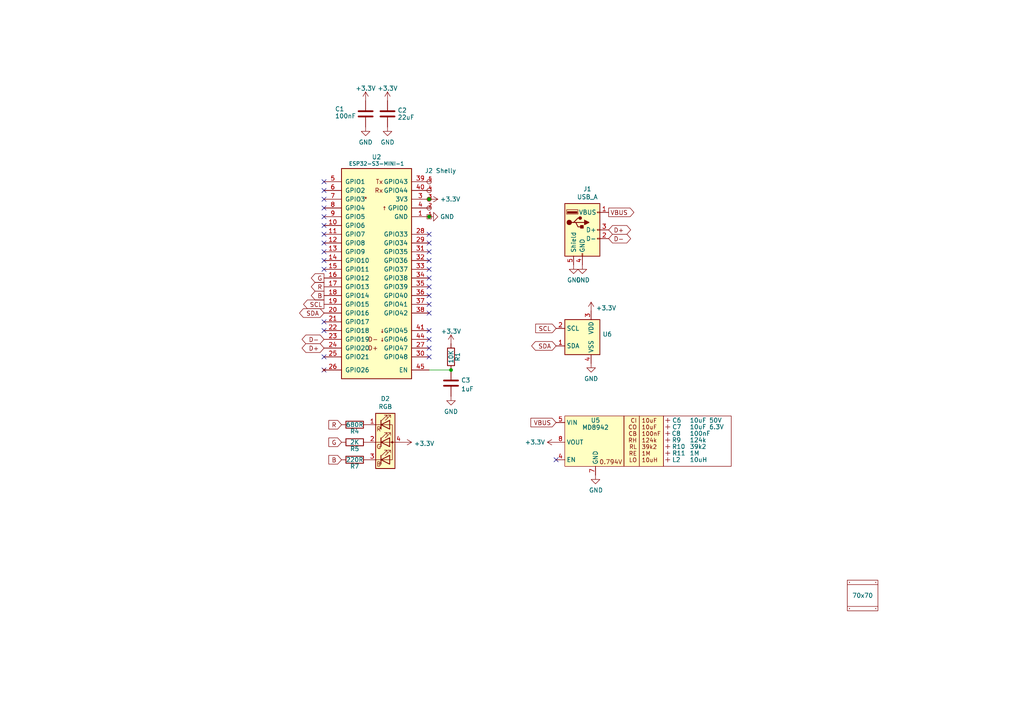
<source format=kicad_sch>
(kicad_sch (version 20230121) (generator eeschema)
  (paper "A4")
  (title_block (title "Generic ESP32 USB-A") (date "${DATE}") (rev "1") (comment 1 "@TheRealRevK") (comment 2 "www.me.uk"))
  (lib_symbols
    (symbol "Connector:USB_A" (pin_names (offset 1.016))
      (property "Reference" "J" (at -5.08 11.43 0))
      (property "Value" "USB_A" (at -5.08 8.89 0))
      (symbol "USB_A_0_1"
        (rectangle (start -5.08 -7.62) (end 5.08 7.62) (stroke (width 0.254)) (fill (type background)))
        (circle (center -3.81 2.159) (radius 0.635) (stroke (width 0.254)) (fill (type outline)))
        (rectangle (start -1.524 4.826) (end -4.318 5.334) (fill (type outline)))
        (rectangle (start -1.27 4.572) (end -4.572 5.842))
        (circle (center -0.635 3.429) (radius 0.381) (stroke (width 0.254)) (fill (type outline)))
        (rectangle (start -0.127 -7.62) (end 0.127 -6.858))
        (polyline (pts (xy -3.175 2.159) (xy -2.54 2.159) (xy -1.27 3.429) (xy -0.635 3.429)) (stroke (width 0.254)))
        (polyline (pts (xy -2.54 2.159) (xy -1.905 2.159) (xy -1.27 0.889) (xy 0 0.889)) (stroke (width 0.254)))
        (polyline (pts (xy 0.635 2.794) (xy 0.635 1.524) (xy 1.905 2.159) (xy 0.635 2.794)) (stroke (width 0.254)) (fill (type outline)))
        (rectangle (start 0.254 1.27) (end -0.508 0.508) (stroke (width 0.254)) (fill (type outline)))
        (rectangle (start 5.08 -2.667) (end 4.318 -2.413))
        (rectangle (start 5.08 -0.127) (end 4.318 0.127))
        (rectangle (start 5.08 4.953) (end 4.318 5.207))
      )
      (symbol "USB_A_1_1"
        (polyline (pts (xy -1.905 2.159) (xy 0.635 2.159)) (stroke (width 0.254)))
        (pin power_in line (at 7.62 5.08 180) (length 2.54) (name "VBUS") (number "1"))
        (pin bidirectional line (at 7.62 -2.54 180) (length 2.54) (name "D-") (number "2"))
        (pin bidirectional line (at 7.62 0 180) (length 2.54) (name "D+") (number "3"))
        (pin power_in line (at 0 -10.16 90) (length 2.54) (name "GND") (number "4"))
        (pin passive line (at -2.54 -10.16 90) (length 2.54) (name "Shield") (number "5"))
      )
    )
    (symbol "Device:C" (pin_numbers hide) (pin_names (offset 0.254))
      (property "Reference" "C" (at 0.635 2.54 0))
      (property "Value" "C" (at 0.635 -2.54 0))
      (symbol "C_0_1"
        (polyline (pts (xy -2.032 -0.762) (xy 2.032 -0.762)) (stroke (width 0.508)))
        (polyline (pts (xy -2.032 0.762) (xy 2.032 0.762)) (stroke (width 0.508)))
      )
      (symbol "C_1_1"
        (pin passive line (at 0 3.81 270) (length 2.794) (name "~") (number "1"))
        (pin passive line (at 0 -3.81 90) (length 2.794) (name "~") (number "2"))
      )
    )
    (symbol "Device:LED_RGBA" (pin_names (offset 0) hide)
      (property "Reference" "D" (at 0 9.398 0))
      (property "Value" "LED_RGBA" (at 0 -8.89 0))
      (symbol "LED_RGBA_0_0"
        (text "B" (at -1.905 -6.35 0) (effects (font (size 1.27 1.27))))
        (text "G" (at -1.905 -1.27 0) (effects (font (size 1.27 1.27))))
        (text "R" (at -1.905 3.81 0) (effects (font (size 1.27 1.27))))
      )
      (symbol "LED_RGBA_0_1"
        (polyline (pts (xy -1.27 -5.08) (xy -2.54 -5.08)))
        (polyline (pts (xy -1.27 -5.08) (xy 1.27 -5.08)))
        (polyline (pts (xy -1.27 -3.81) (xy -1.27 -6.35)) (stroke (width 0.254)))
        (polyline (pts (xy -1.27 0) (xy -2.54 0)))
        (polyline (pts (xy -1.27 1.27) (xy -1.27 -1.27)) (stroke (width 0.254)))
        (polyline (pts (xy -1.27 5.08) (xy -2.54 5.08)))
        (polyline (pts (xy -1.27 5.08) (xy 1.27 5.08)))
        (polyline (pts (xy -1.27 6.35) (xy -1.27 3.81)) (stroke (width 0.254)))
        (polyline (pts (xy 1.27 0) (xy -1.27 0)))
        (polyline (pts (xy 1.27 0) (xy 2.54 0)))
        (polyline (pts (xy -1.27 1.27) (xy -1.27 -1.27) (xy -1.27 -1.27)))
        (polyline (pts (xy -1.27 6.35) (xy -1.27 3.81) (xy -1.27 3.81)))
        (polyline (pts (xy 1.27 -5.08) (xy 2.032 -5.08) (xy 2.032 5.08) (xy 1.27 5.08)))
        (polyline (pts (xy 1.27 -3.81) (xy 1.27 -6.35) (xy -1.27 -5.08) (xy 1.27 -3.81)) (stroke (width 0.254)))
        (polyline (pts (xy 1.27 1.27) (xy 1.27 -1.27) (xy -1.27 0) (xy 1.27 1.27)) (stroke (width 0.254)))
        (polyline (pts (xy 1.27 6.35) (xy 1.27 3.81) (xy -1.27 5.08) (xy 1.27 6.35)) (stroke (width 0.254)))
        (polyline (pts (xy -1.016 -3.81) (xy 0.508 -2.286) (xy -0.254 -2.286) (xy 0.508 -2.286) (xy 0.508 -3.048)))
        (polyline (pts (xy -1.016 1.27) (xy 0.508 2.794) (xy -0.254 2.794) (xy 0.508 2.794) (xy 0.508 2.032)))
        (polyline (pts (xy -1.016 6.35) (xy 0.508 7.874) (xy -0.254 7.874) (xy 0.508 7.874) (xy 0.508 7.112)))
        (polyline (pts (xy 0 -3.81) (xy 1.524 -2.286) (xy 0.762 -2.286) (xy 1.524 -2.286) (xy 1.524 -3.048)))
        (polyline (pts (xy 0 1.27) (xy 1.524 2.794) (xy 0.762 2.794) (xy 1.524 2.794) (xy 1.524 2.032)))
        (polyline (pts (xy 0 6.35) (xy 1.524 7.874) (xy 0.762 7.874) (xy 1.524 7.874) (xy 1.524 7.112)))
        (rectangle (start 1.27 -1.27) (end 1.27 1.27))
        (rectangle (start 1.27 1.27) (end 1.27 1.27))
        (rectangle (start 1.27 3.81) (end 1.27 6.35))
        (rectangle (start 1.27 6.35) (end 1.27 6.35))
        (circle (center 2.032 0) (radius 0.254) (fill (type outline)))
        (rectangle (start 2.794 8.382) (end -2.794 -7.62) (stroke (width 0.254)) (fill (type background)))
      )
      (symbol "LED_RGBA_1_1"
        (pin passive line (at -5.08 5.08 0) (length 2.54) (name "RK") (number "1"))
        (pin passive line (at -5.08 0 0) (length 2.54) (name "GK") (number "2"))
        (pin passive line (at -5.08 -5.08 0) (length 2.54) (name "BK") (number "3"))
        (pin passive line (at 5.08 0 180) (length 2.54) (name "A") (number "4"))
      )
    )
    (symbol "Device:R" (pin_numbers hide) (pin_names (offset 0))
      (property "Reference" "R" (at 2.032 0 90))
      (property "Value" "R" (at 0 0 90))
      (symbol "R_0_1"
        (rectangle (start -1.016 -2.54) (end 1.016 2.54) (stroke (width 0.254)))
      )
      (symbol "R_1_1"
        (pin passive line (at 0 3.81 270) (length 1.27) (name "~") (number "1"))
        (pin passive line (at 0 -3.81 90) (length 1.27) (name "~") (number "2"))
      )
    )
    (symbol "GND_1" (power) (pin_names (offset 0))
      (property "Value" "GND_1" (at 0 -3.81 0))
      (symbol "GND_1_0_1"
        (polyline (pts (xy 0 0) (xy 0 -1.27) (xy 1.27 -1.27) (xy 0 -2.54) (xy -1.27 -1.27) (xy 0 -1.27)))
      )
      (symbol "GND_1_1_1"
        (pin power_in line (at 0 0 270) (length 0) hide (name "GND") (number "1"))
      )
    )
    (symbol "RevK:ESP32-S3-MINI-1-N4R2" (pin_names (offset 1.016))
      (property "Reference" "U" (at 0 13.97 0))
      (property "Value" "ESP32-S3-MINI-1-N4R2" (at 0 31.115 0))
      (symbol "ESP32-S3-MINI-1-N4R2_0_0"
        (rectangle (start -10.16 30.48) (end 10.16 -30.48) (stroke (width 0.254)) (fill (type background)))
      )
      (symbol "ESP32-S3-MINI-1-N4R2_1_1"
        (text "*" (at -3.175 21.59 0) (effects (font (size 1.27 1.27))))
        (text "D+" (at -2.54 -21.59 0) (effects (font (size 1.27 1.27)) (justify left)))
        (text "D-" (at -2.54 -19.05 0) (effects (font (size 1.27 1.27)) (justify left)))
        (text "Rx" (at 1.905 24.13 0) (effects (font (size 1.27 1.27)) (justify right)))
        (text "Tx" (at 1.905 26.67 0) (effects (font (size 1.27 1.27)) (justify right)))
        (text "↑" (at 3.175 19.05 0) (effects (font (size 1.27 1.27)) (justify right)))
        (text "↓" (at 2.54 -19.05 0) (effects (font (size 1.27 1.27)) (justify right)))
        (text "↓" (at 2.54 -16.51 0) (effects (font (size 1.27 1.27)) (justify right)))
        (pin power_in line (at 15.24 16.51 180) (length 5.08) (name "GND") (number "1"))
        (pin bidirectional line (at -15.24 13.97 0) (length 5.08) (name "GPIO6") (number "10"))
        (pin bidirectional line (at -15.24 11.43 0) (length 5.08) (name "GPIO7") (number "11"))
        (pin bidirectional line (at -15.24 8.89 0) (length 5.08) (name "GPIO8") (number "12"))
        (pin bidirectional line (at -15.24 6.35 0) (length 5.08) (name "GPIO9") (number "13"))
        (pin bidirectional line (at -15.24 3.81 0) (length 5.08) (name "GPIO10") (number "14"))
        (pin bidirectional line (at -15.24 1.27 0) (length 5.08) (name "GPIO11") (number "15"))
        (pin bidirectional line (at -15.24 -1.27 0) (length 5.08) (name "GPIO12") (number "16"))
        (pin bidirectional line (at -15.24 -3.81 0) (length 5.08) (name "GPIO13") (number "17"))
        (pin bidirectional line (at -15.24 -6.35 0) (length 5.08) (name "GPIO14") (number "18"))
        (pin bidirectional line (at -15.24 -8.89 0) (length 5.08) (name "GPIO15") (number "19"))
        (pin power_in line (at 15.24 16.51 180) (length 5.08) hide (name "GND") (number "2"))
        (pin bidirectional line (at -15.24 -11.43 0) (length 5.08) (name "GPIO16") (number "20"))
        (pin bidirectional line (at -15.24 -13.97 0) (length 5.08) (name "GPIO17") (number "21"))
        (pin bidirectional line (at -15.24 -16.51 0) (length 5.08) (name "GPIO18") (number "22"))
        (pin bidirectional line (at -15.24 -19.05 0) (length 5.08) (name "GPIO19") (number "23"))
        (pin bidirectional line (at -15.24 -21.59 0) (length 5.08) (name "GPIO20") (number "24"))
        (pin bidirectional line (at -15.24 -24.13 0) (length 5.08) (name "GPIO21") (number "25"))
        (pin no_connect line (at -15.24 -27.94 0) (length 5.08) (name "GPIO26") (number "26"))
        (pin bidirectional line (at 15.24 -21.59 180) (length 5.08) (name "GPIO47") (number "27"))
        (pin bidirectional line (at 15.24 11.43 180) (length 5.08) (name "GPIO33") (number "28"))
        (pin bidirectional line (at 15.24 8.89 180) (length 5.08) (name "GPIO34") (number "29"))
        (pin power_in line (at 15.24 21.59 180) (length 5.08) (name "3V3") (number "3"))
        (pin bidirectional line (at 15.24 -24.13 180) (length 5.08) (name "GPIO48") (number "30"))
        (pin bidirectional line (at 15.24 6.35 180) (length 5.08) (name "GPIO35") (number "31"))
        (pin bidirectional line (at 15.24 3.81 180) (length 5.08) (name "GPIO36") (number "32"))
        (pin bidirectional line (at 15.24 1.27 180) (length 5.08) (name "GPIO37") (number "33"))
        (pin bidirectional line (at 15.24 -1.27 180) (length 5.08) (name "GPIO38") (number "34"))
        (pin bidirectional line (at 15.24 -3.81 180) (length 5.08) (name "GPIO39") (number "35"))
        (pin bidirectional line (at 15.24 -6.35 180) (length 5.08) (name "GPIO40") (number "36"))
        (pin bidirectional line (at 15.24 -8.89 180) (length 5.08) (name "GPIO41") (number "37"))
        (pin bidirectional line (at 15.24 -11.43 180) (length 5.08) (name "GPIO42") (number "38"))
        (pin bidirectional line (at 15.24 26.67 180) (length 5.08) (name "GPIO43") (number "39"))
        (pin bidirectional line (at 15.24 19.05 180) (length 5.08) (name "GPIO0") (number "4"))
        (pin bidirectional line (at 15.24 24.13 180) (length 5.08) (name "GPIO44") (number "40"))
        (pin bidirectional line (at 15.24 -16.51 180) (length 5.08) (name "GPIO45") (number "41"))
        (pin power_in line (at 15.24 16.51 180) (length 5.08) hide (name "GND") (number "42"))
        (pin power_in line (at 15.24 16.51 180) (length 5.08) hide (name "GND") (number "43"))
        (pin bidirectional line (at 15.24 -19.05 180) (length 5.08) (name "GPIO46") (number "44"))
        (pin bidirectional line (at 15.24 -27.94 180) (length 5.08) (name "EN") (number "45"))
        (pin power_in line (at 15.24 16.51 180) (length 5.08) hide (name "GND") (number "46"))
        (pin power_in line (at 15.24 16.51 180) (length 5.08) hide (name "GND") (number "47"))
        (pin power_in line (at 15.24 16.51 180) (length 5.08) hide (name "GND") (number "48"))
        (pin power_in line (at 15.24 16.51 180) (length 5.08) hide (name "GND") (number "49"))
        (pin bidirectional line (at -15.24 26.67 0) (length 5.08) (name "GPIO1") (number "5"))
        (pin power_in line (at 15.24 16.51 180) (length 5.08) hide (name "GND") (number "50"))
        (pin power_in line (at 15.24 16.51 180) (length 5.08) hide (name "GND") (number "51"))
        (pin power_in line (at 15.24 16.51 180) (length 5.08) hide (name "GND") (number "52"))
        (pin power_in line (at 15.24 16.51 180) (length 5.08) hide (name "GND") (number "53"))
        (pin power_in line (at 15.24 16.51 180) (length 5.08) hide (name "GND") (number "54"))
        (pin power_in line (at 15.24 16.51 180) (length 5.08) hide (name "GND") (number "55"))
        (pin power_in line (at 15.24 16.51 180) (length 5.08) hide (name "GND") (number "56"))
        (pin power_in line (at 15.24 16.51 180) (length 5.08) hide (name "GND") (number "57"))
        (pin power_in line (at 15.24 16.51 180) (length 5.08) hide (name "GND") (number "58"))
        (pin power_in line (at 15.24 16.51 180) (length 5.08) hide (name "GND") (number "59"))
        (pin bidirectional line (at -15.24 24.13 0) (length 5.08) (name "GPIO2") (number "6"))
        (pin power_in line (at 15.24 16.51 180) (length 5.08) hide (name "GND") (number "60"))
        (pin power_in line (at 15.24 16.51 180) (length 5.08) hide (name "GND") (number "61"))
        (pin power_in line (at 15.24 16.51 180) (length 5.08) hide (name "GND") (number "62"))
        (pin power_in line (at 15.24 16.51 180) (length 5.08) hide (name "GND") (number "63"))
        (pin power_in line (at 15.24 16.51 180) (length 5.08) hide (name "GND") (number "64"))
        (pin power_in line (at 15.24 16.51 180) (length 5.08) hide (name "GND") (number "65"))
        (pin bidirectional line (at -15.24 21.59 0) (length 5.08) (name "GPIO3") (number "7"))
        (pin bidirectional line (at -15.24 19.05 0) (length 5.08) (name "GPIO4") (number "8"))
        (pin bidirectional line (at -15.24 16.51 0) (length 5.08) (name "GPIO5") (number "9"))
      )
    )
    (symbol "RevK:Hidden" (pin_names (offset 1.016))
      (property "Reference" "Z" (at 0.635 0 0))
      (property "Value" "Hidden" (at 4.445 0 0))
      (symbol "Hidden_0_1"
        (polyline (pts (xy -0.635 0) (xy 0.635 0)) (stroke (width 0.1524)))
        (polyline (pts (xy 0 0.635) (xy 0 -0.635)) (stroke (width 0.1524)))
      )
      (symbol "Hidden_1_1"
        (pin no_connect non_logic (at 0 -2.54 90) (length 2.54) hide (name "~") (number "~"))
      )
    )
    (symbol "RevK:MD89420-RegBlock"
      (property "Reference" "U" (at -0.635 4.445 0))
      (property "Value" "MD8942" (at 0 6.35 0))
      (symbol "MD89420-RegBlock_1_1"
        (rectangle (start -8.89 7.62) (end 8.255 -6.985) (fill (type background)))
        (rectangle (start 8.255 7.62) (end 12.7 -6.985) (fill (type background)))
        (rectangle (start 12.7 7.62) (end 19.685 -6.985) (fill (type background)))
        (rectangle (start 19.685 7.62) (end 39.37 -6.985))
        (text "0.794V" (at 4.445 -5.715 0) (effects (font (size 1.27 1.27))))
        (text "10uF\n10uF\n100nF\n124k\n39k2\n1M\n10uH" (at 13.335 6.985 0) (effects (font (size 1.185 1.185)) (justify left top)))
        (text "CI\nCO\nCB\nRH\nRL\nRE\nLO" (at 12.065 6.985 0) (effects (font (size 1.185 1.185)) (justify right top)))
        (pin no_connect line (at 5.715 0 0) (length 2.54) hide (name "") (number "1"))
        (pin power_in line (at 0 -9.525 90) (length 2.54) hide (name "GND") (number "2"))
        (pin no_connect line (at 5.715 1.905 0) (length 2.54) hide (name "") (number "3"))
        (pin input line (at -11.43 -5.08 0) (length 2.54) (name "EN") (number "4"))
        (pin power_in line (at -11.43 5.715 0) (length 2.54) (name "VIN") (number "5"))
        (pin no_connect line (at 5.715 -1.905 0) (length 2.54) hide (name "") (number "6"))
        (pin power_in line (at 0 -9.525 90) (length 2.54) (name "GND") (number "7"))
        (pin power_out line (at -11.43 0 0) (length 2.54) (name "VOUT") (number "8"))
      )
    )
    (symbol "RevK:PCB" (in_bom no)
      (property "Value" "XxY" (at 0 0 0))
      (symbol "PCB_0_1"
        (rectangle (start -4.445 4.445) (end 4.445 -4.445))
        (circle (center -3.81 -3.81) (radius 0.0001))
        (circle (center -3.81 3.81) (radius 0.0001))
        (circle (center 3.81 -3.81) (radius 0.0001))
        (circle (center 3.81 3.81) (radius 0.0001))
      )
    )
    (symbol "RevK:SHT40"
      (property "Reference" "U" (at 0 8.89 0))
      (property "Value" "SHT40" (at 0 6.35 0))
      (symbol "SHT40_1_1"
        (rectangle (start -5.08 5.08) (end 5.08 -5.08) (stroke (width 0.254)) (fill (type background)))
        (pin bidirectional line (at -7.62 -2.54 0) (length 2.54) (name "SDA") (number "1"))
        (pin input line (at -7.62 2.54 0) (length 2.54) (name "SCL") (number "2"))
        (pin power_in line (at 2.54 7.62 270) (length 2.54) (name "VDD") (number "3"))
        (pin power_in line (at 2.54 -7.62 90) (length 2.54) (name "VSS") (number "4"))
      )
    )
    (symbol "RevK:Shelly" (in_bom no)
      (property "Reference" "J" (at 2.54 -8.255 0))
      (property "Value" "Shelly" (at 2.54 9.525 0))
      (symbol "Shelly_0_1"
        (circle (center 0 -2.54) (radius 0.635) (stroke (width 0.1524)))
        (circle (center 0 0) (radius 0.635) (stroke (width 0.1524)))
        (circle (center 0 2.54) (radius 0.635) (stroke (width 0.1524)))
        (circle (center 0 5.08) (radius 0.635) (stroke (width 0.1524)))
        (rectangle (start 0.635 -5.715) (end -0.635 -4.445) (stroke (width 0.1524)))
      )
      (symbol "Shelly_1_1"
        (pin passive line (at 0 -5.08 0) (length 0.64) (name "GND") (number "1"))
        (pin passive line (at 0 -2.54 0) (length 0.64) (name "0") (number "2"))
        (pin passive line (at 0 0 0) (length 0.64) (name "3V3") (number "3"))
        (pin passive line (at 0 2.54 0) (length 0.64) (name "Rx") (number "4"))
        (pin passive line (at 0 5.08 0) (length 0.64) (name "Tx") (number "5"))
      )
    )
    (symbol "RevK:VCUT" (in_bom no)
      (symbol "VCUT_0_1"
        (polyline (pts (xy -4.445 0) (xy 4.445 0)))
      )
    )
    (symbol "power:+3.3V" (power) (pin_names (offset 0))
      (property "Value" "+3.3V" (at 0 3.556 0))
      (symbol "+3.3V_0_1"
        (polyline (pts (xy -0.762 1.27) (xy 0 2.54)))
        (polyline (pts (xy 0 0) (xy 0 2.54)))
        (polyline (pts (xy 0 2.54) (xy 0.762 1.27)))
      )
      (symbol "+3.3V_1_1"
        (pin power_in line (at 0 0 90) (length 0) hide (name "+3.3V") (number "1"))
      )
    )
    (symbol "power:GND" (power) (pin_names (offset 0))
      (property "Value" "GND" (at 0 -3.81 0))
      (symbol "GND_0_1"
        (polyline (pts (xy 0 0) (xy 0 -1.27) (xy 1.27 -1.27) (xy 0 -2.54) (xy -1.27 -1.27) (xy 0 -1.27)))
      )
      (symbol "GND_1_1"
        (pin power_in line (at 0 0 270) (length 0) hide (name "GND") (number "1"))
      )
    )
  )
  (junction (at 124.46 57.785))
  (junction (at 124.46 62.865))
  (junction (at 130.81 107.315))
  (no_connect (at 93.98 73.025))
  (no_connect (at 93.98 78.105))
  (no_connect (at 124.46 67.945))
  (no_connect (at 124.46 90.805))
  (no_connect (at 93.98 65.405))
  (no_connect (at 124.46 75.565))
  (no_connect (at 93.98 57.785))
  (no_connect (at 124.46 98.425))
  (no_connect (at 161.29 133.35))
  (no_connect (at 124.46 100.965))
  (no_connect (at 124.46 103.505))
  (no_connect (at 93.98 93.345))
  (no_connect (at 124.46 83.185))
  (no_connect (at 93.98 55.245))
  (no_connect (at 124.46 95.885))
  (no_connect (at 124.46 85.725))
  (no_connect (at 124.46 88.265))
  (no_connect (at 93.98 103.505))
  (no_connect (at 124.46 78.105))
  (no_connect (at 124.46 80.645))
  (no_connect (at 124.46 70.485))
  (no_connect (at 93.98 67.945))
  (no_connect (at 93.98 60.325))
  (no_connect (at 93.98 107.315))
  (no_connect (at 93.98 75.565))
  (no_connect (at 124.46 73.025))
  (no_connect (at 93.98 62.865))
  (no_connect (at 93.98 95.885))
  (no_connect (at 93.98 52.705))
  (no_connect (at 93.98 70.485))
  (wire (pts (xy 124.46 107.315) (xy 130.81 107.315)))
  (global_label "G" (shape input) (at 99.06 128.27 180) (property "Intersheetrefs" "${INTERSHEET_REFS}" (effects hide)))
  (global_label "D+" (shape bidirectional) (at 176.53 66.675 0) (property "Intersheetrefs" "${INTERSHEET_REFS}" (effects hide)))
  (global_label "B" (shape output) (at 93.98 85.725 180) (property "Intersheetrefs" "${INTERSHEET_REFS}" (effects hide)))
  (global_label "VBUS" (shape input) (at 161.29 122.555 180) (property "Intersheetrefs" "${INTERSHEET_REFS}" (effects hide)))
  (global_label "G" (shape output) (at 93.98 80.645 180) (property "Intersheetrefs" "${INTERSHEET_REFS}" (effects hide)))
  (global_label "D+" (shape bidirectional) (at 93.98 100.965 180) (property "Intersheetrefs" "${INTERSHEET_REFS}" (effects hide)))
  (global_label "SCL" (shape input) (at 161.29 95.25 180) (property "Intersheetrefs" "${INTERSHEET_REFS}" (effects hide)))
  (global_label "D-" (shape bidirectional) (at 176.53 69.215 0) (property "Intersheetrefs" "${INTERSHEET_REFS}" (effects hide)))
  (global_label "D-" (shape bidirectional) (at 93.98 98.425 180) (property "Intersheetrefs" "${INTERSHEET_REFS}" (effects hide)))
  (global_label "VBUS" (shape output) (at 176.53 61.595 0) (property "Intersheetrefs" "${INTERSHEET_REFS}" (effects hide)))
  (global_label "SDA" (shape bidirectional) (at 161.29 100.33 180) (property "Intersheetrefs" "${INTERSHEET_REFS}" (effects hide)))
  (global_label "SCL" (shape output) (at 93.98 88.265 180) (property "Intersheetrefs" "${INTERSHEET_REFS}" (effects hide)))
  (global_label "R" (shape input) (at 99.06 123.19 180) (property "Intersheetrefs" "${INTERSHEET_REFS}" (effects hide)))
  (global_label "B" (shape input) (at 99.06 133.35 180) (property "Intersheetrefs" "${INTERSHEET_REFS}" (effects hide)))
  (global_label "SDA" (shape bidirectional) (at 93.98 90.805 180) (property "Intersheetrefs" "${INTERSHEET_REFS}" (effects hide)))
  (global_label "R" (shape output) (at 93.98 83.185 180) (property "Intersheetrefs" "${INTERSHEET_REFS}" (effects hide)))
  (symbol (lib_id "Connector:USB_A") (at 168.91 66.675 0) (unit 1) (in_bom no)
    (property "Reference" "J1" (at 170.3578 54.8132 0))
    (property "Value" "USB_A" (at 170.3578 57.1246 0))
    (property "Footprint" "RevK:USB-A-PCB" (effects hide))
    (property "Datasheet" " ~" (effects hide))
  )
  (symbol (lib_id "power:GND") (at 166.37 76.835 0) (unit 1)
    (property "Reference" "#PWR06" (effects hide))
    (property "Value" "GND" (at 166.497 81.2292 0))
  )
  (symbol (lib_id "power:GND") (at 168.91 76.835 0) (unit 1)
    (property "Reference" "#PWR07" (effects hide))
    (property "Value" "GND" (at 169.037 81.2292 0))
  )
  (symbol (lib_id "RevK:Hidden") (at 193.675 123.825 0) (unit 1)
    (property "Reference" "C7" (at 194.945 123.825 0) (effects (justify left)))
    (property "Value" "10uF 6.3V" (at 200.025 123.825 0) (effects (justify left)))
    (property "Footprint" "RevK:C_0603_" (effects hide))
    (property "LCSC Part #" "C1691" (effects hide))
  )
  (symbol (lib_id "RevK:MD89420-RegBlock") (at 172.72 128.27 0) (unit 1)
    (property "Reference" "U5" (at 172.72 121.92 0))
    (property "Value" "MD8942" (at 172.72 123.968 0))
    (property "Footprint" "RevK:SOT-23-6-MD8942" (effects hide))
    (property "Datasheet" "https://datasheet.lcsc.com/lcsc/2101111937_Shanghai-Mingda-Microelectronics-MD8942_C2684786.pdf" (effects hide))
    (property "LCSC Part #" "C2684786" (effects hide))
  )
  (symbol (lib_id "RevK:SHT40") (at 168.91 97.79 0) (unit 1)
    (property "Reference" "U6" (at 174.752 96.9553 0) (effects (justify left)))
    (property "Value" "SHT40" (effects hide))
    (property "Footprint" "RevK:Sensirion_DFN-4_1.5x1.5mm_P0.5mm_SHT4x" (effects hide))
    (property "Datasheet" "https://sensirion.com/media/documents/33FD6951/624C4357/Datasheet_SHT4x.pdf" (effects hide))
    (property "LCSC Part #" "C2909890" (effects hide))
  )
  (symbol (lib_id "RevK:Hidden") (at 193.675 121.92 0) (unit 1)
    (property "Reference" "C6" (at 194.945 121.92 0) (effects (justify left)))
    (property "Value" "10uF 50V" (at 200.025 121.92 0) (effects (justify left)))
    (property "Footprint" "RevK:C_0603_" (effects hide))
    (property "LCSC Part #" "C1591" (effects hide))
  )
  (symbol (lib_id "power:+3.3V") (at 130.81 99.695 0) (unit 1)
    (property "Reference" "#PWR0106" (effects hide))
    (property "Value" "+3.3V" (at 130.81 96.1192 0))
  )
  (symbol (lib_id "Device:LED_RGBA") (at 111.76 128.27 0) (unit 1)
    (property "Reference" "D2" (at 111.76 115.6462 0))
    (property "Value" "RGB" (at 111.76 117.9576 0))
    (property "Footprint" "RevK:LED-RGB-1.6x1.6" (effects hide))
    (property "Manufacturer" "Kingbright" (effects hide))
    (property "Part No" "APTF1616LSEEZGKQBKC" (effects hide))
    (property "LCSC Part #" "C264508" (effects hide))
  )
  (symbol (lib_id "RevK:VCUT") (at 250.19 175.895 0) (unit 1) (in_bom no)
    (property "Reference" "V2" (effects hide))
    (property "Value" "70" (effects hide))
    (property "Footprint" "RevK:VCUT70" (effects hide))
    (property "Sim.Enable" "0" (effects hide))
  )
  (symbol (lib_id "RevK:Shelly") (at 124.46 57.785 0) (unit 1) (in_bom no)
    (property "Reference" "J2" (at 123.19 49.53 0) (effects (justify left)))
    (property "Value" "Shelly" (at 126.365 49.53 0) (effects (justify left)))
    (property "Footprint" "RevK:Shelly" (effects hide))
  )
  (symbol (lib_id "power:+3.3V") (at 161.29 128.27 90) (unit 1)
    (property "Reference" "#PWR09" (effects hide))
    (property "Value" "+3.3V" (at 158.115 128.27 90) (effects (justify left)))
  )
  (symbol (lib_id "Device:R") (at 102.87 133.35 270) (unit 1)
    (property "Reference" "R7" (at 102.87 135.255 90))
    (property "Value" "220R" (at 102.87 133.35 90))
    (property "Footprint" "RevK:R_0402" (effects hide))
  )
  (symbol (lib_id "Device:C") (at 130.81 111.125 0) (unit 1)
    (property "Reference" "C3" (at 133.731 110.2903 0) (effects (justify left)))
    (property "Value" "1uF" (at 133.731 112.8272 0) (effects (justify left)))
    (property "Footprint" "RevK:C_0402" (effects hide))
  )
  (symbol (lib_id "RevK:VCUT") (at 250.19 169.545 0) (unit 1) (in_bom no)
    (property "Reference" "V1" (effects hide))
    (property "Value" "70" (effects hide))
    (property "Footprint" "RevK:VCUT70" (effects hide))
    (property "Sim.Enable" "0" (effects hide))
  )
  (symbol (lib_id "power:GND") (at 106.045 36.83 0) (unit 1)
    (property "Reference" "#PWR011" (effects hide))
    (property "Value" "GND" (at 106.045 41.2734 0))
  )
  (symbol (lib_id "RevK:Hidden") (at 193.675 131.445 0) (unit 1)
    (property "Reference" "R11" (at 194.945 131.445 0) (effects (justify left)))
    (property "Value" "1M" (at 200.025 131.445 0) (effects (justify left)))
    (property "Footprint" "RevK:R_0402_" (effects hide))
  )
  (symbol (lib_id "power:+3.3V") (at 112.395 29.21 0) (unit 1)
    (property "Reference" "#PWR012" (effects hide))
    (property "Value" "+3.3V" (at 112.395 25.6342 0))
  )
  (symbol (lib_id "Device:C") (at 112.395 33.02 0) (unit 1)
    (property "Reference" "C2" (at 115.316 31.996 0) (effects (justify left)))
    (property "Value" "22uF" (at 115.316 34.044 0) (effects (justify left)))
    (property "Footprint" "RevK:C_0402" (effects hide))
  )
  (symbol (lib_id "RevK:PCB") (at 250.19 172.72 0) (unit 1) (in_bom no)
    (property "Reference" "PCB1" (effects hide))
    (property "Value" "70x70" (at 250.19 172.72 0))
    (property "Footprint" "RevK:PCB7070" (effects hide))
  )
  (symbol (lib_id "RevK:Hidden") (at 193.675 127.635 0) (unit 1)
    (property "Reference" "R9" (at 196.215 127.635 0))
    (property "Value" "124k" (at 200.025 127.635 0) (effects (justify left)))
    (property "Footprint" "RevK:R_0402_" (effects hide))
  )
  (symbol (lib_id "Device:R") (at 102.87 123.19 270) (unit 1)
    (property "Reference" "R4" (at 102.87 125.095 90))
    (property "Value" "680R" (at 102.87 123.19 90))
    (property "Footprint" "RevK:R_0402" (effects hide))
  )
  (symbol (lib_id "power:GND") (at 171.45 105.41 0) (unit 1)
    (property "Reference" "#PWR05" (effects hide))
    (property "Value" "GND" (at 171.45 109.8534 0))
  )
  (symbol (lib_id "power:GND") (at 130.81 114.935 0) (unit 1)
    (property "Reference" "#PWR0105" (effects hide))
    (property "Value" "GND" (at 130.81 119.3784 0))
  )
  (symbol (lib_name "GND_1") (lib_id "power:GND") (at 124.46 62.865 90) (unit 1)
    (property "Reference" "#PWR01" (effects hide))
    (property "Value" "GND" (at 127.635 62.865 90) (effects (justify right)))
  )
  (symbol (lib_id "power:+3.3V") (at 106.045 29.21 0) (unit 1)
    (property "Reference" "#PWR08" (effects hide))
    (property "Value" "+3.3V" (at 106.045 25.6342 0))
  )
  (symbol (lib_id "RevK:Hidden") (at 193.675 133.35 90) (unit 1)
    (property "Reference" "L2" (at 194.945 133.35 90) (effects (justify right)))
    (property "Value" "10uH" (at 200.025 133.35 90) (effects (justify right)))
    (property "Footprint" "RevK:L_4x4_" (effects hide))
  )
  (symbol (lib_id "RevK:ESP32-S3-MINI-1-N4R2") (at 109.22 79.375 0) (unit 1)
    (property "Reference" "U2" (at 109.22 45.5382 0))
    (property "Value" "ESP32-S3-MINI-1" (at 109.22 47.4746 0) (effects (font (size 1.1 1.1))))
    (property "Footprint" "RevK:ESP32-S3-MINI-1" (effects hide))
    (property "Datasheet" "https://www.espressif.com/sites/default/files/documentation/esp32-s3-mini-1_mini-1u_datasheet_en.pdf" (effects hide))
    (property "LCSC Part #" "C3013941" (effects hide))
  )
  (symbol (lib_id "power:+3.3V") (at 124.46 57.785 270) (unit 1)
    (property "Reference" "#PWR03" (effects hide))
    (property "Value" "+3.3V" (at 127.635 57.785 90) (effects (justify left)))
  )
  (symbol (lib_id "Device:C") (at 106.045 33.02 0) (unit 1)
    (property "Reference" "C1" (at 97.155 31.607 0) (effects (justify left)))
    (property "Value" "100nF" (at 97.155 33.655 0) (effects (justify left)))
    (property "Footprint" "RevK:C_0402" (effects hide))
  )
  (symbol (lib_id "power:+3.3V") (at 116.84 128.27 270) (unit 1)
    (property "Reference" "#PWR04" (effects hide))
    (property "Value" "+3.3V" (at 120.0912 128.651 90) (effects (justify left)))
  )
  (symbol (lib_id "Device:R") (at 130.81 103.505 0) (unit 1)
    (property "Reference" "R1" (at 132.715 103.505 90))
    (property "Value" "10K" (at 130.81 103.505 90))
    (property "Footprint" "RevK:R_0402" (effects hide))
  )
  (symbol (lib_id "power:GND") (at 172.72 137.795 0) (unit 1)
    (property "Reference" "#PWR010" (effects hide))
    (property "Value" "GND" (at 172.847 142.1892 0))
  )
  (symbol (lib_id "power:+3.3V") (at 171.45 90.17 0) (unit 1)
    (property "Reference" "#PWR02" (effects hide))
    (property "Value" "+3.3V" (at 172.847 89.3338 0) (effects (justify left)))
  )
  (symbol (lib_id "power:GND") (at 112.395 36.83 0) (unit 1)
    (property "Reference" "#PWR013" (effects hide))
    (property "Value" "GND" (at 112.395 41.2734 0))
  )
  (symbol (lib_id "RevK:Hidden") (at 193.675 129.54 270) (unit 1)
    (property "Reference" "R10" (at 196.85 129.54 90))
    (property "Value" "39k2" (at 200.025 129.54 90) (effects (justify left)))
    (property "Footprint" "RevK:R_0402_" (effects hide))
  )
  (symbol (lib_id "Device:R") (at 102.87 128.27 270) (unit 1)
    (property "Reference" "R5" (at 102.87 130.175 90))
    (property "Value" "2K" (at 102.87 128.27 90))
    (property "Footprint" "RevK:R_0402" (effects hide))
  )
  (symbol (lib_id "RevK:Hidden") (at 193.675 125.73 90) (unit 1)
    (property "Reference" "C8" (at 197.485 125.73 90) (effects (justify left)))
    (property "Value" "100nF" (at 200.025 125.73 90) (effects (justify right)))
    (property "Footprint" "RevK:C_0603_" (effects hide))
  )
)
</source>
